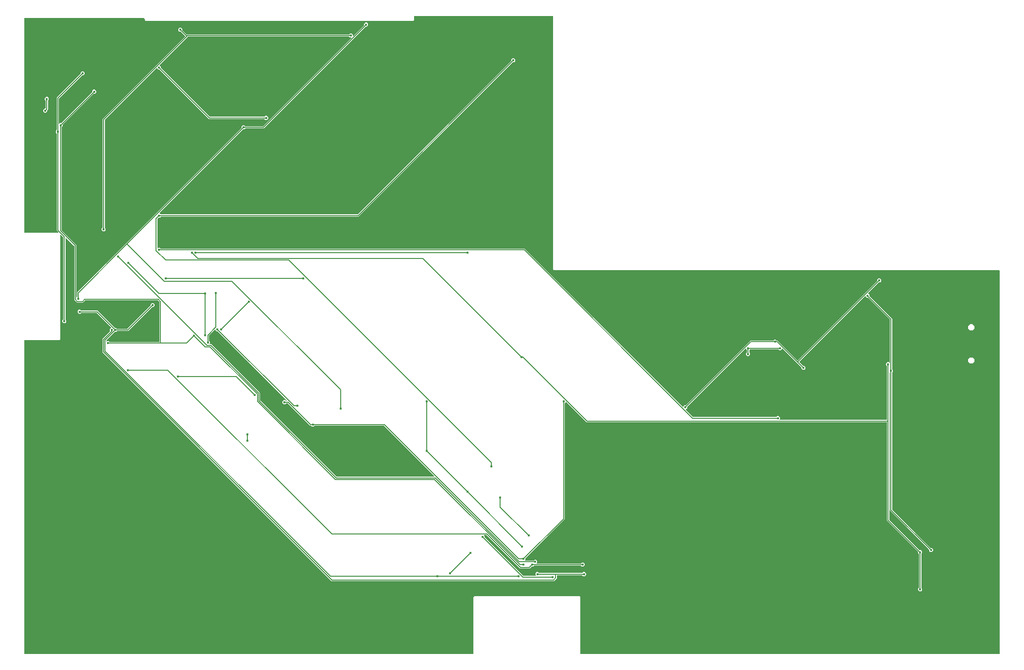
<source format=gbr>
G04 EAGLE Gerber RS-274X export*
G75*
%MOMM*%
%FSLAX34Y34*%
%LPD*%
%INBottom Copper*%
%IPPOS*%
%AMOC8*
5,1,8,0,0,1.08239X$1,22.5*%
G01*
G04 Define Apertures*
%ADD10C,0.502400*%
%ADD11C,0.127000*%
%ADD12C,0.452400*%
G36*
X845807Y1646D02*
X845658Y1616D01*
X64230Y1616D01*
X64092Y1641D01*
X63965Y1723D01*
X63879Y1848D01*
X63849Y1997D01*
X63849Y548037D01*
X63874Y548174D01*
X63956Y548302D01*
X64081Y548388D01*
X64230Y548418D01*
X124346Y548418D01*
X125964Y550036D01*
X125964Y732752D01*
X125988Y732883D01*
X126067Y733013D01*
X126191Y733100D01*
X126339Y733133D01*
X126488Y733105D01*
X126615Y733021D01*
X131333Y728303D01*
X131415Y728182D01*
X131445Y728033D01*
X131445Y584908D01*
X131417Y584765D01*
X131333Y584638D01*
X129818Y583123D01*
X129818Y580197D01*
X131887Y578128D01*
X134813Y578128D01*
X136882Y580197D01*
X136882Y583123D01*
X135367Y584638D01*
X135285Y584759D01*
X135255Y584908D01*
X135255Y727271D01*
X135278Y727403D01*
X135358Y727532D01*
X135482Y727620D01*
X135630Y727652D01*
X135779Y727624D01*
X135905Y727541D01*
X150383Y713063D01*
X150465Y712942D01*
X150495Y712793D01*
X150495Y618971D01*
X155421Y614045D01*
X165889Y614045D01*
X169588Y617743D01*
X169708Y617825D01*
X169857Y617855D01*
X296233Y617855D01*
X296376Y617827D01*
X296503Y617743D01*
X298973Y615273D01*
X299055Y615152D01*
X299085Y615003D01*
X299085Y545846D01*
X299059Y545709D01*
X298978Y545581D01*
X298853Y545495D01*
X298704Y545465D01*
X212798Y545465D01*
X212655Y545493D01*
X212528Y545577D01*
X211013Y547092D01*
X208087Y547092D01*
X207025Y546030D01*
X206916Y545954D01*
X206768Y545919D01*
X206619Y545944D01*
X206491Y546026D01*
X206405Y546151D01*
X206375Y546300D01*
X206375Y547693D01*
X206403Y547836D01*
X206487Y547963D01*
X221301Y562776D01*
X221421Y562858D01*
X221570Y562888D01*
X223713Y562888D01*
X225228Y564403D01*
X225349Y564485D01*
X225498Y564515D01*
X244629Y564515D01*
X286071Y605956D01*
X286191Y606038D01*
X286340Y606068D01*
X288483Y606068D01*
X290552Y608137D01*
X290552Y611063D01*
X288483Y613132D01*
X285557Y613132D01*
X283488Y611063D01*
X283488Y608920D01*
X283460Y608777D01*
X283376Y608651D01*
X243163Y568437D01*
X243042Y568355D01*
X242893Y568325D01*
X225498Y568325D01*
X225355Y568353D01*
X225228Y568437D01*
X223713Y569952D01*
X221570Y569952D01*
X221427Y569980D01*
X221301Y570064D01*
X191289Y600075D01*
X163268Y600075D01*
X163125Y600103D01*
X162998Y600187D01*
X161483Y601702D01*
X158557Y601702D01*
X156488Y599633D01*
X156488Y596707D01*
X158557Y594638D01*
X161483Y594638D01*
X162998Y596153D01*
X163119Y596235D01*
X163268Y596265D01*
X189553Y596265D01*
X189696Y596237D01*
X189823Y596153D01*
X215374Y570602D01*
X215450Y570493D01*
X215485Y570345D01*
X215459Y570196D01*
X215378Y570068D01*
X215253Y569982D01*
X215104Y569952D01*
X214437Y569952D01*
X212368Y567883D01*
X212368Y564957D01*
X213056Y564269D01*
X213135Y564154D01*
X213168Y564006D01*
X213140Y563857D01*
X213056Y563730D01*
X200025Y550699D01*
X200025Y527531D01*
X598651Y128905D01*
X986309Y128905D01*
X991235Y133831D01*
X991235Y138684D01*
X991261Y138821D01*
X991342Y138949D01*
X991467Y139035D01*
X991616Y139065D01*
X1035612Y139065D01*
X1035755Y139037D01*
X1035882Y138953D01*
X1037397Y137438D01*
X1040323Y137438D01*
X1042392Y139507D01*
X1042392Y142433D01*
X1040323Y144502D01*
X1037397Y144502D01*
X1035882Y142987D01*
X1035761Y142905D01*
X1035612Y142875D01*
X960828Y142875D01*
X960685Y142903D01*
X960558Y142987D01*
X959043Y144502D01*
X956117Y144502D01*
X954048Y142433D01*
X954048Y139507D01*
X955110Y138445D01*
X955186Y138336D01*
X955221Y138188D01*
X955196Y138039D01*
X955114Y137911D01*
X954989Y137825D01*
X954840Y137795D01*
X933127Y137795D01*
X932984Y137823D01*
X932858Y137907D01*
X865974Y204791D01*
X865892Y204911D01*
X865862Y205060D01*
X865862Y207203D01*
X864800Y208265D01*
X864724Y208374D01*
X864689Y208522D01*
X864714Y208671D01*
X864796Y208799D01*
X864921Y208885D01*
X865070Y208915D01*
X869003Y208915D01*
X869146Y208887D01*
X869273Y208803D01*
X927581Y150495D01*
X944399Y150495D01*
X947741Y153836D01*
X947861Y153918D01*
X948010Y153948D01*
X950153Y153948D01*
X951668Y155463D01*
X951789Y155545D01*
X951938Y155575D01*
X1033072Y155575D01*
X1033215Y155547D01*
X1033342Y155463D01*
X1034857Y153948D01*
X1037783Y153948D01*
X1039852Y156017D01*
X1039852Y158943D01*
X1037783Y161012D01*
X1034857Y161012D01*
X1033342Y159497D01*
X1033221Y159415D01*
X1033072Y159385D01*
X956510Y159385D01*
X956378Y159408D01*
X956249Y159488D01*
X956161Y159612D01*
X956129Y159760D01*
X956157Y159909D01*
X956240Y160035D01*
X957302Y161097D01*
X957302Y164023D01*
X955233Y166092D01*
X952307Y166092D01*
X950792Y164577D01*
X950671Y164495D01*
X950522Y164465D01*
X936190Y164465D01*
X936058Y164488D01*
X935929Y164568D01*
X935841Y164692D01*
X935809Y164840D01*
X935837Y164989D01*
X935920Y165115D01*
X936982Y166177D01*
X936982Y168320D01*
X937010Y168463D01*
X937094Y168590D01*
X1005205Y236701D01*
X1005205Y438712D01*
X1005233Y438855D01*
X1005317Y438982D01*
X1006832Y440497D01*
X1006832Y441164D01*
X1006855Y441296D01*
X1006935Y441425D01*
X1007059Y441513D01*
X1007207Y441545D01*
X1007356Y441517D01*
X1007482Y441434D01*
X1043151Y405765D01*
X1566164Y405765D01*
X1566301Y405739D01*
X1566429Y405658D01*
X1566515Y405533D01*
X1566545Y405384D01*
X1566545Y234161D01*
X1620686Y180020D01*
X1620768Y179899D01*
X1620798Y179750D01*
X1620798Y177607D01*
X1622313Y176092D01*
X1622395Y175971D01*
X1622425Y175822D01*
X1622425Y117548D01*
X1622397Y117405D01*
X1622313Y117278D01*
X1620798Y115763D01*
X1620798Y112837D01*
X1622867Y110768D01*
X1625793Y110768D01*
X1627862Y112837D01*
X1627862Y115763D01*
X1626347Y117278D01*
X1626265Y117399D01*
X1626235Y117548D01*
X1626235Y175822D01*
X1626263Y175965D01*
X1626347Y176092D01*
X1627862Y177607D01*
X1627862Y180533D01*
X1625793Y182602D01*
X1623650Y182602D01*
X1623507Y182630D01*
X1623381Y182714D01*
X1570467Y235628D01*
X1570385Y235748D01*
X1570355Y235897D01*
X1570355Y492560D01*
X1570378Y492692D01*
X1570458Y492821D01*
X1570582Y492909D01*
X1570730Y492941D01*
X1570879Y492913D01*
X1571005Y492830D01*
X1571513Y492322D01*
X1571595Y492201D01*
X1571625Y492052D01*
X1571625Y251941D01*
X1639736Y183830D01*
X1639818Y183709D01*
X1639848Y183560D01*
X1639848Y181417D01*
X1641917Y179348D01*
X1644843Y179348D01*
X1646912Y181417D01*
X1646912Y184343D01*
X1644843Y186412D01*
X1642700Y186412D01*
X1642557Y186440D01*
X1642431Y186524D01*
X1575547Y253408D01*
X1575465Y253528D01*
X1575435Y253677D01*
X1575435Y492052D01*
X1575463Y492195D01*
X1575547Y492322D01*
X1577062Y493837D01*
X1577062Y496763D01*
X1575547Y498278D01*
X1575465Y498399D01*
X1575435Y498548D01*
X1575435Y586259D01*
X1536534Y625161D01*
X1536452Y625281D01*
X1536422Y625430D01*
X1536422Y627573D01*
X1534353Y629642D01*
X1533686Y629642D01*
X1533554Y629665D01*
X1533425Y629745D01*
X1533338Y629869D01*
X1533305Y630017D01*
X1533333Y630166D01*
X1533417Y630292D01*
X1552261Y649136D01*
X1552381Y649218D01*
X1552530Y649248D01*
X1554673Y649248D01*
X1556742Y651317D01*
X1556742Y654243D01*
X1554673Y656312D01*
X1551747Y656312D01*
X1549678Y654243D01*
X1549678Y652100D01*
X1549650Y651957D01*
X1549566Y651831D01*
X1411239Y513504D01*
X1411124Y513425D01*
X1410976Y513392D01*
X1410827Y513420D01*
X1410701Y513504D01*
X1376199Y548005D01*
X1374848Y548005D01*
X1374705Y548033D01*
X1374578Y548117D01*
X1373063Y549632D01*
X1370137Y549632D01*
X1368622Y548117D01*
X1368501Y548035D01*
X1368352Y548005D01*
X1328901Y548005D01*
X1216340Y435444D01*
X1216219Y435362D01*
X1216070Y435332D01*
X1213927Y435332D01*
X1211858Y433263D01*
X1211858Y432596D01*
X1211835Y432464D01*
X1211755Y432335D01*
X1211631Y432248D01*
X1211483Y432215D01*
X1211334Y432243D01*
X1211208Y432327D01*
X935509Y708025D01*
X301698Y708025D01*
X301555Y708053D01*
X301428Y708137D01*
X299913Y709652D01*
X296987Y709652D01*
X295925Y708590D01*
X295816Y708514D01*
X295668Y708479D01*
X295519Y708504D01*
X295391Y708586D01*
X295305Y708711D01*
X295275Y708860D01*
X295275Y759783D01*
X295303Y759926D01*
X295387Y760053D01*
X297501Y762166D01*
X297621Y762248D01*
X297770Y762278D01*
X299913Y762278D01*
X301428Y763793D01*
X301549Y763875D01*
X301698Y763905D01*
X645949Y763905D01*
X914721Y1032676D01*
X914841Y1032758D01*
X914990Y1032788D01*
X917133Y1032788D01*
X919202Y1034857D01*
X919202Y1037783D01*
X917133Y1039852D01*
X914207Y1039852D01*
X912138Y1037783D01*
X912138Y1035640D01*
X912110Y1035497D01*
X912026Y1035371D01*
X644483Y767827D01*
X644362Y767745D01*
X644213Y767715D01*
X301698Y767715D01*
X301555Y767743D01*
X301428Y767827D01*
X299913Y769342D01*
X299246Y769342D01*
X299114Y769365D01*
X298985Y769445D01*
X298898Y769569D01*
X298865Y769717D01*
X298893Y769866D01*
X298977Y769992D01*
X444821Y915836D01*
X444941Y915918D01*
X445090Y915948D01*
X447233Y915948D01*
X448748Y917463D01*
X448869Y917545D01*
X449018Y917575D01*
X480849Y917575D01*
X658181Y1094906D01*
X658301Y1094988D01*
X658450Y1095018D01*
X660593Y1095018D01*
X662662Y1097087D01*
X662662Y1100013D01*
X660593Y1102082D01*
X657667Y1102082D01*
X655598Y1100013D01*
X655598Y1097870D01*
X655570Y1097727D01*
X655486Y1097601D01*
X636642Y1078757D01*
X636533Y1078680D01*
X636385Y1078645D01*
X636236Y1078671D01*
X636108Y1078752D01*
X636022Y1078877D01*
X635992Y1079026D01*
X635992Y1080963D01*
X633923Y1083032D01*
X630997Y1083032D01*
X629482Y1081517D01*
X629361Y1081435D01*
X629212Y1081405D01*
X346387Y1081405D01*
X346244Y1081433D01*
X346118Y1081517D01*
X338924Y1088711D01*
X338842Y1088831D01*
X338812Y1088980D01*
X338812Y1091123D01*
X336743Y1093192D01*
X333817Y1093192D01*
X331748Y1091123D01*
X331748Y1088197D01*
X333817Y1086128D01*
X335960Y1086128D01*
X336103Y1086100D01*
X336230Y1086016D01*
X343747Y1078499D01*
X343826Y1078384D01*
X343858Y1078236D01*
X343830Y1078087D01*
X343747Y1077961D01*
X200025Y934239D01*
X200025Y744928D01*
X199997Y744785D01*
X199913Y744658D01*
X198398Y743143D01*
X198398Y740217D01*
X200467Y738148D01*
X203393Y738148D01*
X205462Y740217D01*
X205462Y743143D01*
X203947Y744658D01*
X203865Y744779D01*
X203835Y744928D01*
X203835Y932503D01*
X203863Y932646D01*
X203947Y932773D01*
X294268Y1023094D01*
X294377Y1023170D01*
X294525Y1023205D01*
X294674Y1023179D01*
X294802Y1023098D01*
X294888Y1022973D01*
X294918Y1022824D01*
X294918Y1022157D01*
X296987Y1020088D01*
X299130Y1020088D01*
X299273Y1020060D01*
X299400Y1019976D01*
X385291Y934085D01*
X481892Y934085D01*
X482035Y934057D01*
X482162Y933973D01*
X483677Y932458D01*
X486603Y932458D01*
X488672Y934527D01*
X488672Y937453D01*
X486603Y939522D01*
X483677Y939522D01*
X482162Y938007D01*
X482041Y937925D01*
X481892Y937895D01*
X387027Y937895D01*
X386884Y937923D01*
X386758Y938007D01*
X302094Y1022671D01*
X302012Y1022791D01*
X301982Y1022940D01*
X301982Y1025083D01*
X299913Y1027152D01*
X299246Y1027152D01*
X299114Y1027175D01*
X298985Y1027255D01*
X298898Y1027379D01*
X298865Y1027527D01*
X298893Y1027676D01*
X298977Y1027802D01*
X348658Y1077483D01*
X348778Y1077565D01*
X348927Y1077595D01*
X629212Y1077595D01*
X629355Y1077567D01*
X629482Y1077483D01*
X630997Y1075968D01*
X632934Y1075968D01*
X633066Y1075945D01*
X633195Y1075865D01*
X633283Y1075741D01*
X633315Y1075593D01*
X633287Y1075444D01*
X633204Y1075318D01*
X479383Y921497D01*
X479262Y921415D01*
X479113Y921385D01*
X449018Y921385D01*
X448875Y921413D01*
X448748Y921497D01*
X447233Y923012D01*
X444307Y923012D01*
X442238Y920943D01*
X442238Y918800D01*
X442210Y918657D01*
X442126Y918531D01*
X155575Y631979D01*
X155575Y624278D01*
X155547Y624135D01*
X155463Y624008D01*
X154955Y623500D01*
X154846Y623424D01*
X154698Y623389D01*
X154549Y623414D01*
X154421Y623496D01*
X154335Y623621D01*
X154305Y623770D01*
X154305Y714529D01*
X129017Y739818D01*
X128935Y739938D01*
X128905Y740087D01*
X128905Y920042D01*
X128933Y920185D01*
X129017Y920312D01*
X130532Y921827D01*
X130532Y923970D01*
X130560Y924113D01*
X130644Y924240D01*
X184471Y978066D01*
X184591Y978148D01*
X184740Y978178D01*
X186883Y978178D01*
X188952Y980247D01*
X188952Y983173D01*
X186883Y985242D01*
X183957Y985242D01*
X181888Y983173D01*
X181888Y981030D01*
X181860Y980887D01*
X181776Y980761D01*
X127950Y926934D01*
X127829Y926852D01*
X127680Y926822D01*
X125537Y926822D01*
X124475Y925760D01*
X124366Y925684D01*
X124218Y925649D01*
X124069Y925674D01*
X123941Y925756D01*
X123855Y925881D01*
X123825Y926030D01*
X123825Y969333D01*
X123853Y969476D01*
X123937Y969603D01*
X164151Y1009816D01*
X164271Y1009898D01*
X164420Y1009928D01*
X166563Y1009928D01*
X168632Y1011997D01*
X168632Y1014923D01*
X166563Y1016992D01*
X163637Y1016992D01*
X161568Y1014923D01*
X161568Y1012780D01*
X161540Y1012637D01*
X161456Y1012511D01*
X120015Y971069D01*
X120015Y915108D01*
X119987Y914965D01*
X119903Y914838D01*
X118388Y913323D01*
X118388Y910397D01*
X119903Y908882D01*
X119985Y908761D01*
X120015Y908612D01*
X120015Y739621D01*
X123059Y736576D01*
X123136Y736467D01*
X123171Y736319D01*
X123145Y736170D01*
X123064Y736042D01*
X122939Y735956D01*
X122790Y735926D01*
X64230Y735926D01*
X64092Y735952D01*
X63965Y736033D01*
X63879Y736158D01*
X63849Y736307D01*
X63849Y1109535D01*
X63874Y1109671D01*
X63955Y1109799D01*
X64080Y1109885D01*
X64229Y1109916D01*
X272016Y1110415D01*
X272135Y1110396D01*
X272267Y1110321D01*
X272359Y1110201D01*
X273856Y1107131D01*
X273895Y1106964D01*
X273895Y1106546D01*
X274332Y1106109D01*
X274405Y1106006D01*
X274676Y1105451D01*
X275071Y1105315D01*
X275217Y1105224D01*
X275513Y1104928D01*
X276131Y1104928D01*
X276255Y1104907D01*
X276839Y1104706D01*
X277215Y1104889D01*
X277382Y1104928D01*
X740852Y1104928D01*
X742470Y1106546D01*
X742470Y1113233D01*
X742496Y1113370D01*
X742578Y1113498D01*
X742703Y1113584D01*
X742851Y1113614D01*
X984489Y1113614D01*
X984627Y1113588D01*
X984754Y1113506D01*
X984840Y1113381D01*
X984870Y1113233D01*
X984870Y671598D01*
X986265Y670203D01*
X1762338Y670203D01*
X1762475Y670177D01*
X1762603Y670096D01*
X1762689Y669971D01*
X1762719Y669822D01*
X1762719Y2508D01*
X1762693Y2371D01*
X1762612Y2243D01*
X1762487Y2157D01*
X1762338Y2127D01*
X1032879Y2127D01*
X1032742Y2153D01*
X1032614Y2234D01*
X1032529Y2359D01*
X1032498Y2508D01*
X1032498Y100988D01*
X1031178Y102308D01*
X847360Y102308D01*
X846039Y100988D01*
X846039Y1997D01*
X846014Y1860D01*
X845932Y1732D01*
X845807Y1646D01*
G37*
%LPC*%
G36*
X98867Y945158D02*
X101793Y945158D01*
X103862Y947227D01*
X103862Y949370D01*
X103890Y949513D01*
X103974Y949640D01*
X104775Y950441D01*
X104775Y965762D01*
X104803Y965905D01*
X104887Y966032D01*
X106402Y967547D01*
X106402Y970473D01*
X104333Y972542D01*
X101407Y972542D01*
X99338Y970473D01*
X99338Y967547D01*
X100853Y966032D01*
X100935Y965911D01*
X100965Y965762D01*
X100965Y952603D01*
X100939Y952466D01*
X100858Y952338D01*
X100733Y952252D01*
X100584Y952222D01*
X98867Y952222D01*
X96798Y950153D01*
X96798Y947227D01*
X98867Y945158D01*
G37*
G36*
X1711388Y565747D02*
X1715737Y565747D01*
X1718812Y568822D01*
X1718812Y573171D01*
X1715737Y576247D01*
X1711388Y576247D01*
X1708312Y573171D01*
X1708312Y568822D01*
X1711388Y565747D01*
G37*
G36*
X1711388Y507947D02*
X1715737Y507947D01*
X1718812Y511022D01*
X1718812Y515371D01*
X1715737Y518447D01*
X1711388Y518447D01*
X1708312Y515371D01*
X1708312Y511022D01*
X1711388Y507947D01*
G37*
%LPD*%
G36*
X1566313Y409605D02*
X1566164Y409575D01*
X1379420Y409575D01*
X1379288Y409598D01*
X1379159Y409678D01*
X1379071Y409802D01*
X1379039Y409950D01*
X1379067Y410099D01*
X1379150Y410225D01*
X1380212Y411287D01*
X1380212Y414213D01*
X1378143Y416282D01*
X1375217Y416282D01*
X1373702Y414767D01*
X1373581Y414685D01*
X1373432Y414655D01*
X1229037Y414655D01*
X1228894Y414683D01*
X1228768Y414767D01*
X1215917Y427618D01*
X1215840Y427727D01*
X1215805Y427875D01*
X1215831Y428024D01*
X1215912Y428152D01*
X1216037Y428238D01*
X1216186Y428268D01*
X1216853Y428268D01*
X1218922Y430337D01*
X1218922Y432480D01*
X1218950Y432623D01*
X1219034Y432750D01*
X1320428Y534144D01*
X1320537Y534220D01*
X1320685Y534255D01*
X1320834Y534229D01*
X1320962Y534148D01*
X1321048Y534023D01*
X1321078Y533874D01*
X1321078Y533207D01*
X1322593Y531692D01*
X1322675Y531571D01*
X1322705Y531422D01*
X1322705Y527758D01*
X1322677Y527615D01*
X1322593Y527488D01*
X1321078Y525973D01*
X1321078Y523047D01*
X1323147Y520978D01*
X1326073Y520978D01*
X1328142Y523047D01*
X1328142Y525973D01*
X1326627Y527488D01*
X1326545Y527609D01*
X1326515Y527758D01*
X1326515Y531422D01*
X1326543Y531565D01*
X1326627Y531692D01*
X1327588Y532653D01*
X1327709Y532735D01*
X1327858Y532765D01*
X1377242Y532765D01*
X1377385Y532737D01*
X1377512Y532653D01*
X1379027Y531138D01*
X1381953Y531138D01*
X1384022Y533207D01*
X1384022Y533874D01*
X1384045Y534006D01*
X1384125Y534135D01*
X1384249Y534223D01*
X1384397Y534255D01*
X1384546Y534227D01*
X1384672Y534144D01*
X1417486Y501330D01*
X1417568Y501209D01*
X1417598Y501060D01*
X1417598Y498917D01*
X1419667Y496848D01*
X1422593Y496848D01*
X1424662Y498917D01*
X1424662Y501843D01*
X1422593Y503912D01*
X1420450Y503912D01*
X1420307Y503940D01*
X1420181Y504024D01*
X1413934Y510271D01*
X1413855Y510386D01*
X1413822Y510534D01*
X1413850Y510683D01*
X1413934Y510809D01*
X1528708Y625584D01*
X1528817Y625660D01*
X1528965Y625695D01*
X1529114Y625669D01*
X1529242Y625588D01*
X1529328Y625463D01*
X1529358Y625314D01*
X1529358Y624647D01*
X1531427Y622578D01*
X1533570Y622578D01*
X1533713Y622550D01*
X1533840Y622466D01*
X1571513Y584793D01*
X1571595Y584672D01*
X1571625Y584523D01*
X1571625Y509470D01*
X1571602Y509338D01*
X1571522Y509209D01*
X1571398Y509121D01*
X1571250Y509089D01*
X1571101Y509117D01*
X1570975Y509200D01*
X1569913Y510262D01*
X1566987Y510262D01*
X1564918Y508193D01*
X1564918Y505267D01*
X1566433Y503752D01*
X1566515Y503631D01*
X1566545Y503482D01*
X1566545Y409956D01*
X1566519Y409819D01*
X1566438Y409691D01*
X1566313Y409605D01*
G37*
G36*
X778220Y310545D02*
X778071Y310515D01*
X608007Y310515D01*
X607864Y310543D01*
X607738Y310627D01*
X474457Y443908D01*
X474375Y444028D01*
X474345Y444177D01*
X474345Y456719D01*
X389409Y541655D01*
X386280Y541655D01*
X386148Y541678D01*
X386019Y541758D01*
X385931Y541882D01*
X385899Y542030D01*
X385927Y542179D01*
X386010Y542305D01*
X387072Y543367D01*
X387072Y546293D01*
X385557Y547808D01*
X385475Y547929D01*
X385445Y548078D01*
X385445Y556583D01*
X385473Y556726D01*
X385557Y556853D01*
X395868Y567164D01*
X395977Y567240D01*
X396125Y567275D01*
X396274Y567249D01*
X396402Y567168D01*
X396488Y567043D01*
X396518Y566894D01*
X396518Y566227D01*
X398587Y564158D01*
X400730Y564158D01*
X400873Y564130D01*
X401000Y564046D01*
X521801Y443245D01*
X521877Y443136D01*
X521912Y442988D01*
X521886Y442839D01*
X521805Y442711D01*
X521680Y442625D01*
X521531Y442595D01*
X520138Y442595D01*
X519995Y442623D01*
X519868Y442707D01*
X518353Y444222D01*
X515427Y444222D01*
X513358Y442153D01*
X513358Y439227D01*
X515427Y437158D01*
X518353Y437158D01*
X519868Y438673D01*
X519989Y438755D01*
X520138Y438785D01*
X522293Y438785D01*
X522436Y438757D01*
X522563Y438673D01*
X561821Y399415D01*
X563172Y399415D01*
X563315Y399387D01*
X563442Y399303D01*
X564957Y397788D01*
X567883Y397788D01*
X569398Y399303D01*
X569519Y399385D01*
X569668Y399415D01*
X689933Y399415D01*
X690076Y399387D01*
X690203Y399303D01*
X778341Y311165D01*
X778417Y311056D01*
X778452Y310908D01*
X778426Y310759D01*
X778345Y310631D01*
X778220Y310545D01*
G37*
D10*
X98572Y523049D03*
X80572Y523049D03*
X98572Y505049D03*
X80572Y505049D03*
X98572Y487049D03*
X80572Y487049D03*
X98572Y469049D03*
X80572Y469049D03*
D11*
X1319530Y433070D02*
X1346200Y433070D01*
X500380Y433070D02*
X488950Y433070D01*
X488950Y472440D01*
X420370Y541020D01*
X138430Y570230D02*
X138430Y582930D01*
X170180Y614680D01*
X323850Y1073150D02*
X335280Y1073150D01*
X323850Y1073150D02*
X321310Y1075690D01*
X295910Y614680D02*
X170180Y614680D01*
X500380Y433070D02*
X619760Y313690D01*
X501650Y433070D02*
X500380Y433070D01*
D12*
X1319530Y433070D03*
X1346200Y433070D03*
X501650Y433070D03*
X488950Y433070D03*
X420370Y541020D03*
X138430Y570230D03*
X170180Y614680D03*
X335280Y1073150D03*
X321310Y1075690D03*
X295910Y614680D03*
X619760Y313690D03*
D11*
X157480Y621030D02*
X157480Y631190D01*
X242570Y716280D02*
X445770Y919480D01*
X242570Y716280D02*
X157480Y631190D01*
X614680Y462280D02*
X614680Y429260D01*
X614680Y462280D02*
X425450Y651510D01*
X307340Y651510D01*
X242570Y716280D01*
X480060Y919480D02*
X659130Y1098550D01*
X480060Y919480D02*
X445770Y919480D01*
D12*
X157480Y621030D03*
X445770Y919480D03*
X614680Y429260D03*
X659130Y1098550D03*
D11*
X1215390Y431800D02*
X1329690Y546100D01*
X1371600Y546100D01*
X1375410Y546100D02*
X1410970Y510540D01*
X1421130Y500380D01*
X1375410Y546100D02*
X1371600Y546100D01*
X1410970Y510540D02*
X1553210Y652780D01*
D12*
X1215390Y431800D03*
X1371600Y546100D03*
X1421130Y500380D03*
X1553210Y652780D03*
D11*
X1573530Y495300D02*
X1573530Y252730D01*
X1643380Y182880D01*
X549910Y656590D02*
X309880Y656590D01*
X1573530Y585470D02*
X1573530Y495300D01*
X1573530Y585470D02*
X1532890Y626110D01*
D12*
X1573530Y495300D03*
X1643380Y182880D03*
X309880Y656590D03*
X549910Y656590D03*
X1532890Y626110D03*
D11*
X1568450Y407670D02*
X1568450Y234950D01*
X1568450Y407670D02*
X1568450Y506730D01*
X1568450Y234950D02*
X1624330Y179070D01*
X1624330Y114300D01*
X365760Y690880D02*
X355600Y701040D01*
X365760Y690880D02*
X758190Y690880D01*
X929640Y519430D01*
X1043940Y407670D02*
X1568450Y407670D01*
X1043940Y407670D02*
X932180Y519430D01*
X929640Y519430D01*
D12*
X1568450Y506730D03*
X1624330Y179070D03*
X1624330Y114300D03*
X355600Y701040D03*
X929640Y519430D03*
D11*
X121920Y911860D02*
X121920Y970280D01*
X165100Y1013460D01*
X840740Y177800D02*
X805180Y142240D01*
X397510Y571500D02*
X397510Y631190D01*
X397510Y571500D02*
X383540Y557530D01*
X383540Y544830D01*
X452120Y384810D02*
X452120Y373380D01*
X121920Y740410D02*
X121920Y911860D01*
X121920Y740410D02*
X133350Y728980D01*
X133350Y581660D01*
X386080Y935990D02*
X485140Y935990D01*
X386080Y935990D02*
X298450Y1023620D01*
D12*
X121920Y911860D03*
X165100Y1013460D03*
X840740Y177800D03*
X805180Y142240D03*
X397510Y631190D03*
X383540Y544830D03*
X452120Y384810D03*
X452120Y373380D03*
X133350Y581660D03*
X485140Y935990D03*
X298450Y1023620D03*
D11*
X378460Y629920D02*
X378460Y557530D01*
X102870Y951230D02*
X102870Y969010D01*
X102870Y951230D02*
X100330Y948690D01*
X298450Y629920D02*
X378460Y629920D01*
X298450Y629920D02*
X245110Y683260D01*
D12*
X378460Y629920D03*
X378460Y557530D03*
X102870Y969010D03*
X100330Y948690D03*
X245110Y683260D03*
D11*
X783590Y137160D02*
X924560Y137160D01*
X243840Y566420D02*
X222250Y566420D01*
X243840Y566420D02*
X287020Y609600D01*
X190500Y598170D02*
X160020Y598170D01*
X190500Y598170D02*
X222250Y566420D01*
X596900Y137160D02*
X783590Y137160D01*
X596900Y137160D02*
X204470Y529590D01*
X204470Y548640D01*
X222250Y566420D01*
D12*
X924560Y137160D03*
X783590Y137160D03*
X222250Y566420D03*
X287020Y609600D03*
X160020Y598170D03*
D11*
X127000Y923290D02*
X185420Y981710D01*
X927100Y157480D02*
X933450Y157480D01*
X927100Y157480D02*
X778510Y306070D01*
X605790Y306070D01*
X469900Y441960D01*
X469900Y454660D01*
X387350Y537210D01*
X378460Y537210D01*
X359410Y556260D01*
X406400Y567690D02*
X454660Y615950D01*
X346710Y543560D02*
X300990Y543560D01*
X209550Y543560D01*
X346710Y543560D02*
X359410Y556260D01*
X127000Y739140D02*
X127000Y923290D01*
X127000Y739140D02*
X152400Y713740D01*
X152400Y619760D01*
X156210Y615950D01*
X165100Y615950D01*
X168910Y619760D01*
X297180Y619760D01*
X300990Y615950D01*
X300990Y543560D01*
D12*
X127000Y923290D03*
X185420Y981710D03*
X933450Y157480D03*
X359410Y556260D03*
X454660Y615950D03*
X406400Y567690D03*
X209550Y543560D03*
D11*
X298450Y765810D02*
X645160Y765810D01*
X915670Y1036320D01*
X877570Y335280D02*
X877570Y328930D01*
X877570Y335280D02*
X524510Y688340D01*
X309880Y688340D01*
X293370Y704850D01*
X293370Y760730D01*
X298450Y765810D01*
D12*
X298450Y765810D03*
X915670Y1036320D03*
X877570Y328930D03*
D11*
X764540Y355600D02*
X764540Y441960D01*
X764540Y355600D02*
X835660Y284480D01*
X930910Y189230D01*
D12*
X764540Y441960D03*
X764540Y355600D03*
X835660Y284480D03*
X930910Y189230D03*
D11*
X948690Y157480D02*
X1036320Y157480D01*
X313690Y496570D02*
X243840Y496570D01*
X313690Y496570D02*
X599440Y210820D01*
X869950Y210820D01*
X928370Y152400D01*
X943610Y152400D01*
X948690Y157480D01*
D12*
X948690Y157480D03*
X1036320Y157480D03*
X243840Y496570D03*
D11*
X989330Y140970D02*
X1038860Y140970D01*
X989330Y140970D02*
X957580Y140970D01*
X215900Y563880D02*
X215900Y566420D01*
X215900Y563880D02*
X201930Y549910D01*
X201930Y528320D01*
X599440Y130810D01*
X985520Y130810D01*
X989330Y134620D01*
X989330Y140970D01*
D12*
X957580Y140970D03*
X1038860Y140970D03*
X215900Y566420D03*
D11*
X361950Y701040D02*
X835660Y701040D01*
D12*
X361950Y701040D03*
X835660Y701040D03*
D11*
X924560Y167640D02*
X933450Y167640D01*
X924560Y167640D02*
X690880Y401320D01*
X566420Y401320D01*
X523240Y440690D02*
X516890Y440690D01*
X523240Y440690D02*
X562610Y401320D01*
X566420Y401320D01*
X433070Y485140D02*
X331470Y485140D01*
X433070Y485140D02*
X464820Y453390D01*
X1003300Y441960D02*
X1003300Y237490D01*
X933450Y167640D01*
D12*
X933450Y167640D03*
X566420Y401320D03*
X516890Y440690D03*
X331470Y485140D03*
X464820Y453390D03*
X1003300Y441960D03*
D11*
X539750Y434340D02*
X533400Y434340D01*
X400050Y567690D01*
D12*
X539750Y434340D03*
X400050Y567690D03*
D11*
X347980Y1079500D02*
X345440Y1079500D01*
X347980Y1079500D02*
X632460Y1079500D01*
X345440Y1079500D02*
X335280Y1089660D01*
X201930Y933450D02*
X201930Y741680D01*
X201930Y933450D02*
X347980Y1079500D01*
D12*
X632460Y1079500D03*
X335280Y1089660D03*
X201930Y741680D03*
D11*
X298450Y706120D02*
X934720Y706120D01*
X1228090Y412750D01*
X1376680Y412750D01*
D12*
X298450Y706120D03*
X1376680Y412750D03*
D11*
X953770Y162560D02*
X925830Y162560D01*
X779780Y308610D01*
X607060Y308610D01*
X472440Y443230D01*
X472440Y455930D01*
X388620Y539750D01*
X382270Y539750D01*
X227330Y694690D01*
D12*
X953770Y162560D03*
X227330Y694690D03*
D11*
X1324610Y534670D02*
X1324610Y524510D01*
X1324610Y534670D02*
X1380490Y534670D01*
D12*
X1324610Y534670D03*
X1324610Y524510D03*
X1380490Y534670D03*
D11*
X892810Y274320D02*
X892810Y257810D01*
X942340Y208280D01*
D12*
X892810Y274320D03*
X942340Y208280D03*
D11*
X932180Y135890D02*
X984250Y135890D01*
X932180Y135890D02*
X862330Y205740D01*
D12*
X984250Y135890D03*
X862330Y205740D03*
M02*

</source>
